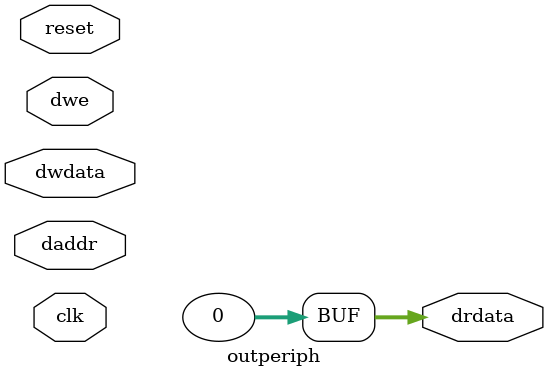
<source format=v>
`timescale 1ns/1ps
`define OUTFILE "output.txt"

module outperiph (
    input clk,
    input reset,
    input [31:0] daddr,
    input [31:0] dwdata,
    input [3:0] dwe,
    output [31:0] drdata
);

    // Implement the peripheral logic here: use $fwrite to the file output.txt
    // Use the `define above to open the file so that it can be 
    // overridden later if needed

    // Return value from here (if requested based on address) should
    // be the number of values written so far
    
    assign drdata = 0;  

endmodule
</source>
